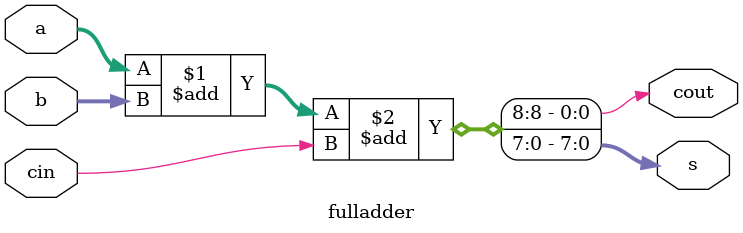
<source format=sv>
`timescale 1ns / 1ps


module fulladder #(parameter N = 8)(
  input logic [N-1:0] a, b,
  input logic cin,
  output logic [N-1:0] s,
  output logic cout);
  assign {cout, s} = a + b + cin;
endmodule

</source>
